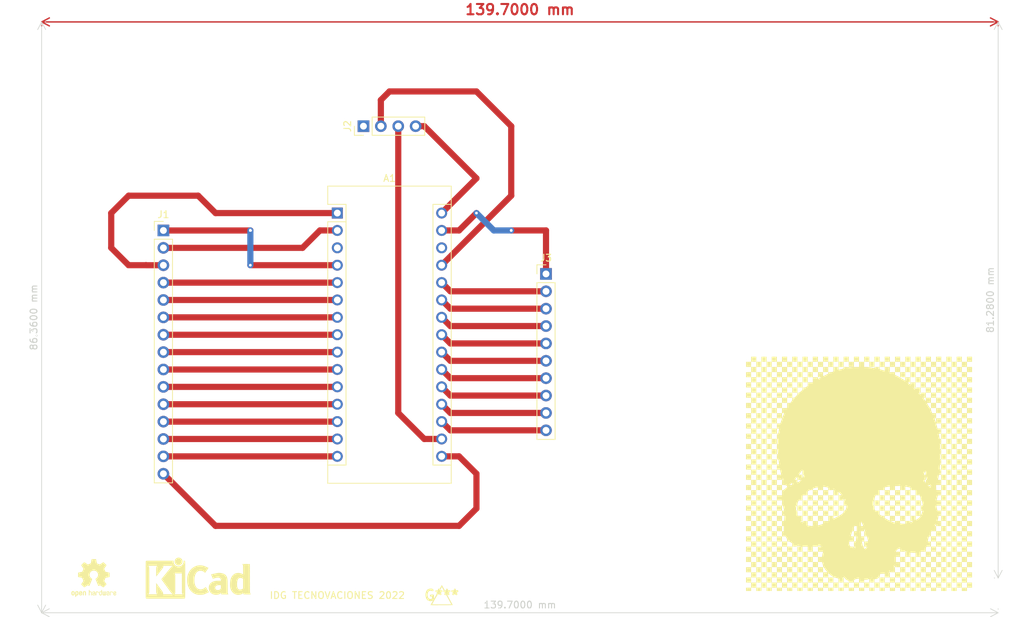
<source format=kicad_pcb>
(kicad_pcb (version 20211014) (generator pcbnew)
  (title_block (title "ArduinoNano") (date "2022-01-14") (rev "RedSkull") (company "RedSkullCoder"))
  (layers (0 "F.Cu" signal) (31 "B.Cu" signal) (34 "B.Paste" user) (35 "F.Paste" user) (36 "B.SilkS" user "B.Silkscreen") (37 "F.SilkS" user "F.Silkscreen") (38 "B.Mask" user) (39 "F.Mask" user) (44 "Edge.Cuts" user))
  (net 0 "")
  (net 1 "Net-(A1-Pad1)")
  (net 2 "Net-(A1-Pad17)")
  (net 3 "Net-(A1-Pad2)")
  (net 4 "Net-(A1-Pad18)")
  (net 6 "Net-(A1-Pad19)")
  (net 7 "GND")
  (net 8 "Net-(A1-Pad20)")
  (net 9 "Net-(A1-Pad5)")
  (net 10 "Net-(A1-Pad21)")
  (net 11 "Net-(A1-Pad6)")
  (net 12 "Net-(A1-Pad22)")
  (net 13 "Net-(A1-Pad7)")
  (net 14 "Net-(A1-Pad23)")
  (net 15 "Net-(A1-Pad8)")
  (net 16 "Net-(A1-Pad24)")
  (net 17 "Net-(A1-Pad9)")
  (net 18 "Net-(A1-Pad25)")
  (net 19 "Net-(A1-Pad10)")
  (net 20 "Net-(A1-Pad26)")
  (net 21 "Net-(A1-Pad11)")
  (net 22 "Net-(A1-Pad27)")
  (net 23 "Net-(A1-Pad12)")
  (net 25 "Net-(A1-Pad13)")
  (net 26 "Net-(A1-Pad14)")
  (net 27 "Net-(A1-Pad30)")
  (net 28 "Net-(A1-Pad15)")
  (net 29 "Net-(A1-Pad16)")
  (footprint "IDG_LOGO:triangulo" (layer "F.Cu") (at 147.32 134.62)
    (fp_text reference "G***" (at 0 0) (layer "F.SilkS") (effects (font (size 1.524 1.524) (thickness 0.3))))
    (fp_text value "LOGO" hide)
  )
  (footprint "Symbol:OSHW-Logo2_7.3x6mm_SilkScreen" (layer "F.Cu") (at 96.52 132.08)
    (fp_text reference "REF**" hide)
    (fp_text value "OSHW-Logo2_7.3x6mm_SilkScreen" hide)
  )
  (footprint "Symbol:KiCad-Logo_6mm_SilkScreen" (layer "F.Cu") (at 111.76 132.08)
    (fp_text reference "REF**" hide)
    (fp_text value "KiCad-Logo_6mm_SilkScreen" hide)
  )
  (footprint "Module:Arduino_Nano" (layer "F.Cu") (at 132.08 78.74)
    (fp_text reference "A1" (at 7.62 -5.08) (layer "F.SilkS"))
    (fp_text value "Arduino_Nano_v3.x")
    (pad "1" thru_hole rect locked (at 0 0) (size 1.6 1.6) (drill 1) (layers *.Cu *.Mask) (net 1 "Net-(A1-Pad1)"))
    (pad "2" thru_hole oval locked (at 0 2.54) (size 1.6 1.6) (drill 1) (layers *.Cu *.Mask) (net 3 "Net-(A1-Pad2)"))
    (pad "3" thru_hole oval locked (at 0 5.08) (size 1.6 1.6) (drill 1) (layers *.Cu *.Mask))
    (pad "4" thru_hole oval locked (at 0 7.62) (size 1.6 1.6) (drill 1) (layers *.Cu *.Mask) (net 7 "GND"))
    (pad "5" thru_hole oval locked (at 0 10.16) (size 1.6 1.6) (drill 1) (layers *.Cu *.Mask) (net 9 "Net-(A1-Pad5)"))
    (pad "6" thru_hole oval locked (at 0 12.7) (size 1.6 1.6) (drill 1) (layers *.Cu *.Mask) (net 11 "Net-(A1-Pad6)"))
    (pad "7" thru_hole oval locked (at 0 15.24) (size 1.6 1.6) (drill 1) (layers *.Cu *.Mask) (net 13 "Net-(A1-Pad7)"))
    (pad "8" thru_hole oval locked (at 0 17.78) (size 1.6 1.6) (drill 1) (layers *.Cu *.Mask) (net 15 "Net-(A1-Pad8)"))
    (pad "9" thru_hole oval locked (at 0 20.32) (size 1.6 1.6) (drill 1) (layers *.Cu *.Mask) (net 17 "Net-(A1-Pad9)"))
    (pad "10" thru_hole oval locked (at 0 22.86) (size 1.6 1.6) (drill 1) (layers *.Cu *.Mask) (net 19 "Net-(A1-Pad10)"))
    (pad "11" thru_hole oval locked (at 0 25.4) (size 1.6 1.6) (drill 1) (layers *.Cu *.Mask) (net 21 "Net-(A1-Pad11)"))
    (pad "12" thru_hole oval locked (at 0 27.94) (size 1.6 1.6) (drill 1) (layers *.Cu *.Mask) (net 23 "Net-(A1-Pad12)"))
    (pad "13" thru_hole oval locked (at 0 30.48) (size 1.6 1.6) (drill 1) (layers *.Cu *.Mask) (net 25 "Net-(A1-Pad13)"))
    (pad "14" thru_hole oval locked (at 0 33.02) (size 1.6 1.6) (drill 1) (layers *.Cu *.Mask) (net 26 "Net-(A1-Pad14)"))
    (pad "15" thru_hole oval locked (at 0 35.56) (size 1.6 1.6) (drill 1) (layers *.Cu *.Mask) (net 28 "Net-(A1-Pad15)"))
    (pad "16" thru_hole oval locked (at 15.24 35.56) (size 1.6 1.6) (drill 1) (layers *.Cu *.Mask) (net 29 "Net-(A1-Pad16)"))
    (pad "17" thru_hole oval locked (at 15.24 33.02) (size 1.6 1.6) (drill 1) (layers *.Cu *.Mask) (net 2 "Net-(A1-Pad17)"))
    (pad "18" thru_hole oval locked (at 15.24 30.48) (size 1.6 1.6) (drill 1) (layers *.Cu *.Mask) (net 4 "Net-(A1-Pad18)"))
    (pad "19" thru_hole oval locked (at 15.24 27.94) (size 1.6 1.6) (drill 1) (layers *.Cu *.Mask) (net 6 "Net-(A1-Pad19)"))
    (pad "20" thru_hole oval locked (at 15.24 25.4) (size 1.6 1.6) (drill 1) (layers *.Cu *.Mask) (net 8 "Net-(A1-Pad20)"))
    (pad "21" thru_hole oval locked (at 15.24 22.86) (size 1.6 1.6) (drill 1) (layers *.Cu *.Mask) (net 10 "Net-(A1-Pad21)"))
    (pad "22" thru_hole oval locked (at 15.24 20.32) (size 1.6 1.6) (drill 1) (layers *.Cu *.Mask) (net 12 "Net-(A1-Pad22)"))
    (pad "23" thru_hole oval locked (at 15.24 17.78) (size 1.6 1.6) (drill 1) (layers *.Cu *.Mask) (net 14 "Net-(A1-Pad23)"))
    (pad "24" thru_hole oval locked (at 15.24 15.24) (size 1.6 1.6) (drill 1) (layers *.Cu *.Mask) (net 16 "Net-(A1-Pad24)"))
    (pad "25" thru_hole oval locked (at 15.24 12.7) (size 1.6 1.6) (drill 1) (layers *.Cu *.Mask) (net 18 "Net-(A1-Pad25)"))
    (pad "26" thru_hole oval locked (at 15.24 10.16) (size 1.6 1.6) (drill 1) (layers *.Cu *.Mask) (net 20 "Net-(A1-Pad26)"))
    (pad "27" thru_hole oval locked (at 15.24 7.62) (size 1.6 1.6) (drill 1) (layers *.Cu *.Mask) (net 22 "Net-(A1-Pad27)"))
    (pad "28" thru_hole oval locked (at 15.24 5.08) (size 1.6 1.6) (drill 1) (layers *.Cu *.Mask))
    (pad "29" thru_hole oval locked (at 15.24 2.54) (size 1.6 1.6) (drill 1) (layers *.Cu *.Mask) (net 7 "GND"))
    (pad "30" thru_hole oval locked (at 15.24 0) (size 1.6 1.6) (drill 1) (layers *.Cu *.Mask) (net 27 "Net-(A1-Pad30)"))
  )
  (footprint "Connector_PinHeader_2.54mm:PinHeader_1x15_P2.54mm_Vertical" (layer "F.Cu") (at 106.68 81.285)
    (fp_text reference "J1" (at 0 -2.33) (layer "F.SilkS"))
    (fp_text value "Conn_01x15_Male")
    (pad "1" thru_hole rect locked (at 0 0) (size 1.7 1.7) (drill 1) (layers *.Cu *.Mask) (net 7 "GND"))
    (pad "2" thru_hole oval locked (at 0 2.54) (size 1.7 1.7) (drill 1) (layers *.Cu *.Mask) (net 3 "Net-(A1-Pad2)"))
    (pad "3" thru_hole oval locked (at 0 5.08) (size 1.7 1.7) (drill 1) (layers *.Cu *.Mask) (net 1 "Net-(A1-Pad1)"))
    (pad "4" thru_hole oval locked (at 0 7.62) (size 1.7 1.7) (drill 1) (layers *.Cu *.Mask) (net 9 "Net-(A1-Pad5)"))
    (pad "5" thru_hole oval locked (at 0 10.16) (size 1.7 1.7) (drill 1) (layers *.Cu *.Mask) (net 11 "Net-(A1-Pad6)"))
    (pad "6" thru_hole oval locked (at 0 12.7) (size 1.7 1.7) (drill 1) (layers *.Cu *.Mask) (net 13 "Net-(A1-Pad7)"))
    (pad "7" thru_hole oval locked (at 0 15.24) (size 1.7 1.7) (drill 1) (layers *.Cu *.Mask) (net 15 "Net-(A1-Pad8)"))
    (pad "8" thru_hole oval locked (at 0 17.78) (size 1.7 1.7) (drill 1) (layers *.Cu *.Mask) (net 17 "Net-(A1-Pad9)"))
    (pad "9" thru_hole oval locked (at 0 20.32) (size 1.7 1.7) (drill 1) (layers *.Cu *.Mask) (net 19 "Net-(A1-Pad10)"))
    (pad "10" thru_hole oval locked (at 0 22.86) (size 1.7 1.7) (drill 1) (layers *.Cu *.Mask) (net 21 "Net-(A1-Pad11)"))
    (pad "11" thru_hole oval locked (at 0 25.4) (size 1.7 1.7) (drill 1) (layers *.Cu *.Mask) (net 23 "Net-(A1-Pad12)"))
    (pad "12" thru_hole oval locked (at 0 27.94) (size 1.7 1.7) (drill 1) (layers *.Cu *.Mask) (net 25 "Net-(A1-Pad13)"))
    (pad "13" thru_hole oval locked (at 0 30.48) (size 1.7 1.7) (drill 1) (layers *.Cu *.Mask) (net 26 "Net-(A1-Pad14)"))
    (pad "14" thru_hole oval locked (at 0 33.02) (size 1.7 1.7) (drill 1) (layers *.Cu *.Mask) (net 28 "Net-(A1-Pad15)"))
    (pad "15" thru_hole oval locked (at 0 35.56) (size 1.7 1.7) (drill 1) (layers *.Cu *.Mask) (net 29 "Net-(A1-Pad16)"))
  )
  (footprint "Connector_PinHeader_2.54mm:PinHeader_1x10_P2.54mm_Vertical" (layer "F.Cu") (at 162.56 87.635)
    (fp_text reference "J3" (at 0 -2.33) (layer "F.SilkS"))
    (fp_text value "Conn_01x10_Male")
    (pad "1" thru_hole rect locked (at 0 0) (size 1.7 1.7) (drill 1) (layers *.Cu *.Mask) (net 7 "GND"))
    (pad "2" thru_hole oval locked (at 0 2.54) (size 1.7 1.7) (drill 1) (layers *.Cu *.Mask) (net 20 "Net-(A1-Pad26)"))
    (pad "3" thru_hole oval locked (at 0 5.08) (size 1.7 1.7) (drill 1) (layers *.Cu *.Mask) (net 18 "Net-(A1-Pad25)"))
    (pad "4" thru_hole oval locked (at 0 7.62) (size 1.7 1.7) (drill 1) (layers *.Cu *.Mask) (net 16 "Net-(A1-Pad24)"))
    (pad "5" thru_hole oval locked (at 0 10.16) (size 1.7 1.7) (drill 1) (layers *.Cu *.Mask) (net 14 "Net-(A1-Pad23)"))
    (pad "6" thru_hole oval locked (at 0 12.7) (size 1.7 1.7) (drill 1) (layers *.Cu *.Mask) (net 12 "Net-(A1-Pad22)"))
    (pad "7" thru_hole oval locked (at 0 15.24) (size 1.7 1.7) (drill 1) (layers *.Cu *.Mask) (net 10 "Net-(A1-Pad21)"))
    (pad "8" thru_hole oval locked (at 0 17.78) (size 1.7 1.7) (drill 1) (layers *.Cu *.Mask) (net 8 "Net-(A1-Pad20)"))
    (pad "9" thru_hole oval locked (at 0 20.32) (size 1.7 1.7) (drill 1) (layers *.Cu *.Mask) (net 6 "Net-(A1-Pad19)"))
    (pad "10" thru_hole oval locked (at 0 22.86) (size 1.7 1.7) (drill 1) (layers *.Cu *.Mask) (net 4 "Net-(A1-Pad18)"))
  )
  (footprint "IDG_LOGO:skulls2" (layer "F.Cu") (at 208.28 116.84)
    (fp_text reference "G***" (at 0 0) (layer "F.SilkS") (effects (font (size 1.524 1.524) (thickness 0.3))))
    (fp_text value "LOGO" hide)
  )
  (footprint "Connector_PinHeader_2.54mm:PinHeader_1x04_P2.54mm_Vertical" (layer "F.Cu") (at 135.9 66.04 90)
    (fp_text reference "J2" (at 0 -2.33 90) (layer "F.SilkS"))
    (fp_text value "Conn_01x04_Male")
    (pad "1" thru_hole rect locked (at 0 0 90) (size 1.7 1.7) (drill 1) (layers *.Cu *.Mask) (net 7 "GND"))
    (pad "2" thru_hole oval locked (at 0 2.54 90) (size 1.7 1.7) (drill 1) (layers *.Cu *.Mask) (net 22 "Net-(A1-Pad27)"))
    (pad "3" thru_hole oval locked (at 0 5.08 90) (size 1.7 1.7) (drill 1) (layers *.Cu *.Mask) (net 2 "Net-(A1-Pad17)"))
    (pad "4" thru_hole oval locked (at 0 7.62 90) (size 1.7 1.7) (drill 1) (layers *.Cu *.Mask) (net 27 "Net-(A1-Pad30)"))
  )
  (gr_text "IDG TECNOVACIONES 2022" (at 132.08 134.62) (layer "F.SilkS") (effects (font (size 1 1))))
  (dimension (type aligned) (layer "F.Cu") (pts (xy 228.6 50.8) (xy 88.9 50.8)) (height 0) (gr_text "139,7000 mm" (at 158.75 49) (layer "F.Cu") (effects (font (size 1.5 1.5) (thickness 0.3)))) (format (units 3) (units_format 1) (precision 4)) (style (thickness 0.2) (arrow_length 1.27) (text_position_mode 0) (extension_height 0.58642) (extension_offset 0.5) keep_text_aligned))
  (dimension (type aligned) (layer "Edge.Cuts") (pts (xy 88.9 137.16) (xy 228.6 137.16)) (height 0) (gr_text "139,7000 mm" (at 158.75 136.01) (layer "Edge.Cuts") (effects (font (size 1 1) (thickness 0.15)))) (format (units 3) (units_format 1) (precision 4)) (style (thickness 0.1) (arrow_length 1.27) (text_position_mode 0) (extension_height 0.58642) (extension_offset 0.5) keep_text_aligned))
  (dimension (type aligned) (layer "Edge.Cuts") (pts (xy 228.6 132.08) (xy 228.6 50.8)) (height 0) (gr_text "81,2800 mm" (at 227.45 91.44 90) (layer "Edge.Cuts") (effects (font (size 1 1) (thickness 0.15)))) (format (units 3) (units_format 1) (precision 4)) (style (thickness 0.1) (arrow_length 1.27) (text_position_mode 0) (extension_height 0.58642) (extension_offset 0.5) keep_text_aligned))
  (dimension (type aligned) (layer "Edge.Cuts") (pts (xy 88.9 50.8) (xy 88.9 137.16)) (height 0) (gr_text "86,3600 mm" (at 87.75 93.98 90) (layer "Edge.Cuts") (effects (font (size 1 1) (thickness 0.15)))) (format (units 3) (units_format 1) (precision 4)) (style (thickness 0.1) (arrow_length 1.27) (text_position_mode 0) (extension_height 0.58642) (extension_offset 0.5) keep_text_aligned))
  (segment (start 99.06 83.82) (end 101.6 86.36) (width 0.9) (layer "F.Cu") (net 1))
  (segment (start 101.6 86.36) (end 104.14 86.36) (width 0.9) (layer "F.Cu") (net 1))
  (segment (start 111.76 76.2) (end 101.6 76.2) (width 0.9) (layer "F.Cu") (net 1))
  (segment (start 104.14 86.36) (end 104.145 86.365) (width 0.9) (layer "F.Cu") (net 1))
  (segment (start 101.6 76.2) (end 99.06 78.74) (width 0.9) (layer "F.Cu") (net 1))
  (segment (start 104.145 86.365) (end 106.68 86.365) (width 0.9) (layer "F.Cu") (net 1))
  (segment (start 132.08 78.74) (end 114.3 78.74) (width 0.9) (layer "F.Cu") (net 1))
  (segment (start 114.3 78.74) (end 111.76 76.2) (width 0.9) (layer "F.Cu") (net 1))
  (segment (start 99.06 78.74) (end 99.06 83.82) (width 0.9) (layer "F.Cu") (net 1))
  (segment (start 144.78 111.76) (end 147.32 111.76) (width 0.9) (layer "F.Cu") (net 2))
  (segment (start 140.98 107.96) (end 144.78 111.76) (width 0.9) (layer "F.Cu") (net 2))
  (segment (start 140.98 66.04) (end 140.98 107.96) (width 0.9) (layer "F.Cu") (net 2))
  (segment (start 106.68 83.825) (end 126.995 83.825) (width 0.9) (layer "F.Cu") (net 3))
  (segment (start 126.995 83.825) (end 129.54 81.28) (width 0.9) (layer "F.Cu") (net 3))
  (segment (start 129.54 81.28) (end 132.08 81.28) (width 0.9) (layer "F.Cu") (net 3))
  (segment (start 148.595 110.495) (end 147.32 109.22) (width 0.9) (layer "F.Cu") (net 4))
  (segment (start 162.56 110.495) (end 148.595 110.495) (width 0.9) (layer "F.Cu") (net 4))
  (segment (start 148.595 107.955) (end 147.32 106.68) (width 0.9) (layer "F.Cu") (net 6))
  (segment (start 162.56 107.955) (end 148.595 107.955) (width 0.9) (layer "F.Cu") (net 6))
  (segment (start 152.4 78.74) (end 149.86 81.28) (width 0.9) (layer "F.Cu") (net 7))
  (segment (start 162.56 87.635) (end 162.56 81.28) (width 0.9) (layer "F.Cu") (net 7))
  (segment (start 119.38 81.28) (end 119.375 81.285) (width 0.9) (layer "F.Cu") (net 7))
  (segment (start 162.56 81.28) (end 157.48 81.28) (width 0.9) (layer "F.Cu") (net 7))
  (segment (start 119.375 81.285) (end 106.68 81.285) (width 0.9) (layer "F.Cu") (net 7))
  (segment (start 149.86 81.28) (end 147.32 81.28) (width 0.9) (layer "F.Cu") (net 7))
  (segment (start 132.08 86.36) (end 119.38 86.36) (width 0.9) (layer "F.Cu") (net 7))
  (via (at 157.48 81.28) (size 0.8) (drill 0.4) (layers "F.Cu" "B.Cu") (net 7))
  (via (at 119.38 81.28) (size 0.8) (drill 0.4) (layers "F.Cu" "B.Cu") (net 7))
  (via (at 119.38 81.28) (size 0.8) (drill 0.4) (layers "F.Cu" "B.Cu") (net 7))
  (via (at 119.38 81.28) (size 0.8) (drill 0.4) (layers "F.Cu" "B.Cu") (net 7))
  (via (at 157.48 81.28) (size 0.8) (drill 0.4) (layers "F.Cu" "B.Cu") (net 7))
  (via (at 119.38 86.36) (size 0.8) (drill 0.4) (layers "F.Cu" "B.Cu") (net 7))
  (via (at 119.38 81.28) (size 0.8) (drill 0.4) (layers "F.Cu" "B.Cu") (net 7))
  (via (at 152.4 78.74) (size 0.8) (drill 0.4) (layers "F.Cu" "B.Cu") (net 7))
  (segment (start 119.38 86.36) (end 119.38 81.28) (width 0.9) (layer "B.Cu") (net 7))
  (segment (start 157.48 81.28) (end 154.94 81.28) (width 0.9) (layer "B.Cu") (net 7))
  (segment (start 154.94 81.28) (end 152.4 78.74) (width 0.9) (layer "B.Cu") (net 7))
  (segment (start 162.56 105.415) (end 148.595 105.415) (width 0.9) (layer "F.Cu") (net 8))
  (segment (start 148.595 105.415) (end 147.32 104.14) (width 0.9) (layer "F.Cu") (net 8))
  (segment (start 106.68 88.905) (end 132.075 88.905) (width 0.9) (layer "F.Cu") (net 9))
  (segment (start 132.075 88.905) (end 132.08 88.9) (width 0.9) (layer "F.Cu") (net 9))
  (segment (start 162.56 102.875) (end 148.595 102.875) (width 0.9) (layer "F.Cu") (net 10))
  (segment (start 148.595 102.875) (end 147.32 101.6) (width 0.9) (layer "F.Cu") (net 10))
  (segment (start 106.68 91.445) (end 132.075 91.445) (width 0.9) (layer "F.Cu") (net 11))
  (segment (start 132.075 91.445) (end 132.08 91.44) (width 0.9) (layer "F.Cu") (net 11))
  (segment (start 148.595 100.335) (end 147.32 99.06) (width 0.9) (layer "F.Cu") (net 12))
  (segment (start 162.56 100.335) (end 148.595 100.335) (width 0.9) (layer "F.Cu") (net 12))
  (segment (start 106.68 93.985) (end 132.075 93.985) (width 0.9) (layer "F.Cu") (net 13))
  (segment (start 132.075 93.985) (end 132.08 93.98) (width 0.9) (layer "F.Cu") (net 13))
  (segment (start 148.595 97.795) (end 147.32 96.52) (width 0.9) (layer "F.Cu") (net 14))
  (segment (start 162.56 97.795) (end 148.595 97.795) (width 0.9) (layer "F.Cu") (net 14))
  (segment (start 132.075 96.525) (end 132.08 96.52) (width 0.9) (layer "F.Cu") (net 15))
  (segment (start 106.68 96.525) (end 132.075 96.525) (width 0.9) (layer "F.Cu") (net 15))
  (segment (start 148.595 95.255) (end 147.32 93.98) (width 0.9) (layer "F.Cu") (net 16))
  (segment (start 162.56 95.255) (end 148.595 95.255) (width 0.9) (layer "F.Cu") (net 16))
  (segment (start 106.68 99.065) (end 132.075 99.065) (width 0.9) (layer "F.Cu") (net 17))
  (segment (start 132.075 99.065) (end 132.08 99.06) (width 0.9) (layer "F.Cu") (net 17))
  (segment (start 162.56 92.715) (end 148.595 92.715) (width 0.9) (layer "F.Cu") (net 18))
  (segment (start 148.595 92.715) (end 147.32 91.44) (width 0.9) (layer "F.Cu") (net 18))
  (segment (start 106.68 101.605) (end 132.075 101.605) (width 0.9) (layer "F.Cu") (net 19))
  (segment (start 132.075 101.605) (end 132.08 101.6) (width 0.9) (layer "F.Cu") (net 19))
  (segment (start 148.595 90.175) (end 147.32 88.9) (width 0.9) (layer "F.Cu") (net 20))
  (segment (start 162.56 90.175) (end 148.595 90.175) (width 0.9) (layer "F.Cu") (net 20))
  (segment (start 132.075 104.145) (end 132.08 104.14) (width 0.9) (layer "F.Cu") (net 21))
  (segment (start 106.68 104.145) (end 132.075 104.145) (width 0.9) (layer "F.Cu") (net 21))
  (segment (start 139.7 60.96) (end 152.4 60.96) (width 0.9) (layer "F.Cu") (net 22))
  (segment (start 138.44 66.04) (end 138.44 62.22) (width 0.9) (layer "F.Cu") (net 22))
  (segment (start 157.48 76.2) (end 147.32 86.36) (width 0.9) (layer "F.Cu") (net 22))
  (segment (start 157.48 66.04) (end 157.48 76.2) (width 0.9) (layer "F.Cu") (net 22))
  (segment (start 152.4 60.96) (end 157.48 66.04) (width 0.9) (layer "F.Cu") (net 22))
  (segment (start 138.44 62.22) (end 139.7 60.96) (width 0.9) (layer "F.Cu") (net 22))
  (segment (start 106.68 106.685) (end 132.075 106.685) (width 0.9) (layer "F.Cu") (net 23))
  (segment (start 132.075 106.685) (end 132.08 106.68) (width 0.9) (layer "F.Cu") (net 23))
  (segment (start 106.68 109.225) (end 132.075 109.225) (width 0.9) (layer "F.Cu") (net 25))
  (segment (start 132.075 109.225) (end 132.08 109.22) (width 0.9) (layer "F.Cu") (net 25))
  (segment (start 106.68 111.765) (end 132.075 111.765) (width 0.9) (layer "F.Cu") (net 26))
  (segment (start 132.075 111.765) (end 132.08 111.76) (width 0.9) (layer "F.Cu") (net 26))
  (segment (start 152.4 73.66) (end 147.32 78.74) (width 0.9) (layer "F.Cu") (net 27))
  (segment (start 144.78 66.04) (end 152.4 73.66) (width 0.9) (layer "F.Cu") (net 27))
  (segment (start 143.52 66.04) (end 144.78 66.04) (width 0.9) (layer "F.Cu") (net 27))
  (segment (start 106.68 114.305) (end 132.075 114.305) (width 0.9) (layer "F.Cu") (net 28))
  (segment (start 132.075 114.305) (end 132.08 114.3) (width 0.9) (layer "F.Cu") (net 28))
  (segment (start 152.4 116.84) (end 149.86 114.3) (width 0.9) (layer "F.Cu") (net 29))
  (segment (start 152.4 121.92) (end 152.4 116.84) (width 0.9) (layer "F.Cu") (net 29))
  (segment (start 114.295 124.46) (end 149.86 124.46) (width 0.9) (layer "F.Cu") (net 29))
  (segment (start 149.86 114.3) (end 147.32 114.3) (width 0.9) (layer "F.Cu") (net 29))
  (segment (start 106.68 116.845) (end 114.295 124.46) (width 0.9) (layer "F.Cu") (net 29))
  (segment (start 149.86 124.46) (end 152.4 121.92) (width 0.9) (layer "F.Cu") (net 29))
)
</source>
